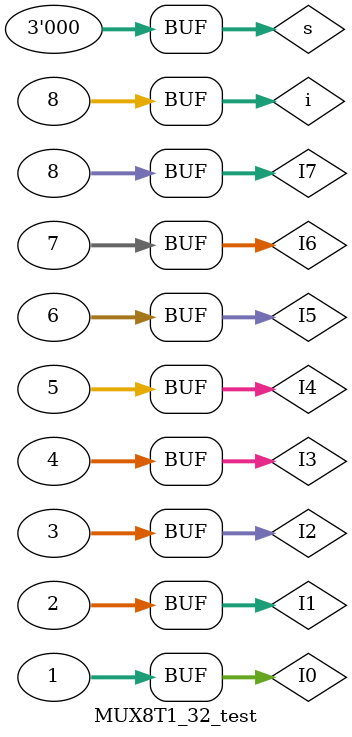
<source format=v>
`timescale 1ns / 1ps


module MUX8T1_32_test;

	// Inputs
	reg [31:0] I0;
	reg [31:0] I1;
	reg [31:0] I2;
	reg [31:0] I3;
	reg [31:0] I4;
	reg [31:0] I5;
	reg [31:0] I6;
	reg [31:0] I7;
	reg [2:0] s;

	// Outputs
	wire [31:0] o;

	// Instantiate the Unit Under Test (UUT)
	MUX8T1_32 uut (
		.I0(I0), 
		.I1(I1), 
		.I2(I2), 
		.I3(I3), 
		.I4(I4), 
		.I5(I5), 
		.I6(I6), 
		.I7(I7), 
		.s(s), 
		.o(o)
	);
	integer i;
	initial begin
		// Initialize Inputs
		I0 = 0;
		I1 = 0;
		I2 = 0;
		I3 = 0;
		I4 = 0;
		I5 = 0;
		I6 = 0;
		I7 = 0;
		s = 0;

		// Wait 100 ns for global reset to finish
		#100;
      I0 = 1;
		I1 = 2;
		I2 = 3;
		I3 = 4; 
		I4 = 5;
		I5 = 6;
		I6 = 7;
		I7 = 8;
		for(i = 0; i < 8 ;i = i + 1)
		begin
			#50;
			s = s + 1;
		end

	end
      
endmodule


</source>
